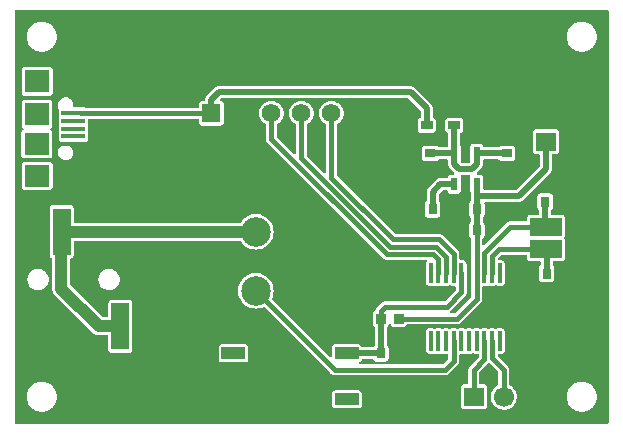
<source format=gtl>
G04 Layer: TopLayer*
G04 EasyEDA v6.5.40, 2024-10-30 17:45:42*
G04 cb6e2e9fbd21486d88ae5690d2d3dc00,10*
G04 Gerber Generator version 0.2*
G04 Scale: 100 percent, Rotated: No, Reflected: No *
G04 Dimensions in millimeters *
G04 leading zeros omitted , absolute positions ,4 integer and 5 decimal *
%FSLAX45Y45*%
%MOMM*%

%AMMACRO1*21,1,$1,$2,0,0,$3*%
%ADD10C,0.4000*%
%ADD11C,0.5000*%
%ADD12C,1.0000*%
%ADD13O,0.36400740000000004X1.7420082*%
%ADD14R,0.8000X0.9000*%
%ADD15R,0.9000X0.8000*%
%ADD16R,1.0000X0.7500*%
%ADD17R,0.6000X1.1000*%
%ADD18MACRO1,1.5X2.7X-90.0000*%
%ADD19R,2.0000X0.4500*%
%ADD20R,2.1000X1.9000*%
%ADD21MACRO1,0.864X0.8065X90.0000*%
%ADD22R,1.5000X4.0000*%
%ADD23R,2.0000X1.0000*%
%ADD24R,1.7000X1.5748*%
%ADD25C,1.7000*%
%ADD26C,1.5748*%
%ADD27R,1.5748X1.5748*%
%ADD28C,2.5000*%
%ADD29C,1.6000*%
%ADD30C,0.0110*%

%LPD*%
G36*
X36068Y25908D02*
G01*
X32156Y26670D01*
X28905Y28905D01*
X26670Y32156D01*
X25908Y36068D01*
X25908Y3519932D01*
X26670Y3523843D01*
X28905Y3527094D01*
X32156Y3529329D01*
X36068Y3530092D01*
X5043932Y3530092D01*
X5047843Y3529329D01*
X5051094Y3527094D01*
X5053330Y3523843D01*
X5054092Y3519932D01*
X5054092Y36068D01*
X5053330Y32156D01*
X5051094Y28905D01*
X5047843Y26670D01*
X5043932Y25908D01*
G37*

%LPC*%
G36*
X4826000Y126492D02*
G01*
X4841392Y127457D01*
X4856530Y130200D01*
X4871212Y134772D01*
X4885232Y141122D01*
X4898440Y149098D01*
X4910531Y158597D01*
X4921402Y169468D01*
X4930902Y181559D01*
X4938877Y194767D01*
X4945227Y208788D01*
X4949799Y223469D01*
X4952542Y238607D01*
X4953508Y254000D01*
X4952542Y269392D01*
X4949799Y284530D01*
X4945227Y299212D01*
X4938877Y313232D01*
X4930902Y326440D01*
X4921402Y338531D01*
X4910531Y349402D01*
X4898440Y358902D01*
X4885232Y366877D01*
X4871212Y373227D01*
X4856530Y377799D01*
X4841392Y380542D01*
X4826000Y381508D01*
X4810607Y380542D01*
X4795469Y377799D01*
X4780788Y373227D01*
X4766767Y366877D01*
X4753559Y358902D01*
X4741468Y349402D01*
X4730597Y338531D01*
X4721098Y326440D01*
X4713122Y313232D01*
X4706772Y299212D01*
X4702200Y284530D01*
X4699457Y269392D01*
X4698492Y254000D01*
X4699457Y238607D01*
X4702200Y223469D01*
X4706772Y208788D01*
X4713122Y194767D01*
X4721098Y181559D01*
X4730597Y169468D01*
X4741468Y158597D01*
X4753559Y149098D01*
X4766767Y141122D01*
X4780788Y134772D01*
X4795469Y130200D01*
X4810607Y127457D01*
G37*
G36*
X254000Y126492D02*
G01*
X269392Y127457D01*
X284530Y130200D01*
X299212Y134772D01*
X313232Y141122D01*
X326440Y149098D01*
X338531Y158597D01*
X349402Y169468D01*
X358902Y181559D01*
X366877Y194767D01*
X373227Y208788D01*
X377799Y223469D01*
X380542Y238607D01*
X381508Y254000D01*
X380542Y269392D01*
X377799Y284530D01*
X373227Y299212D01*
X366877Y313232D01*
X358902Y326440D01*
X349402Y338531D01*
X338531Y349402D01*
X326440Y358902D01*
X313232Y366877D01*
X299212Y373227D01*
X284530Y377799D01*
X269392Y380542D01*
X254000Y381508D01*
X238607Y380542D01*
X223469Y377799D01*
X208788Y373227D01*
X194767Y366877D01*
X181559Y358902D01*
X169468Y349402D01*
X158597Y338531D01*
X149098Y326440D01*
X141122Y313232D01*
X134772Y299212D01*
X130200Y284530D01*
X127457Y269392D01*
X126492Y254000D01*
X127457Y238607D01*
X130200Y223469D01*
X134772Y208788D01*
X141122Y194767D01*
X149098Y181559D01*
X158597Y169468D01*
X169468Y158597D01*
X181559Y149098D01*
X194767Y141122D01*
X208788Y134772D01*
X223469Y130200D01*
X238607Y127457D01*
G37*
G36*
X4169156Y143154D02*
G01*
X4183278Y144526D01*
X4197146Y147675D01*
X4210507Y152603D01*
X4223105Y159156D01*
X4234738Y167284D01*
X4245254Y176834D01*
X4254449Y187655D01*
X4262221Y199593D01*
X4268368Y212394D01*
X4272838Y225856D01*
X4275582Y239826D01*
X4276496Y254000D01*
X4275582Y268173D01*
X4272838Y282143D01*
X4268368Y295605D01*
X4262221Y308406D01*
X4254449Y320344D01*
X4245254Y331165D01*
X4234738Y340715D01*
X4223105Y348843D01*
X4216958Y351993D01*
X4214063Y354279D01*
X4212183Y357428D01*
X4211523Y361035D01*
X4211472Y484378D01*
X4210253Y493115D01*
X4207560Y501142D01*
X4203446Y508508D01*
X4197705Y515416D01*
X4115663Y597458D01*
X4113428Y600913D01*
X4112717Y604977D01*
X4113682Y608990D01*
X4116222Y612292D01*
X4119829Y614324D01*
X4123944Y614730D01*
X4127347Y614375D01*
X4135882Y614375D01*
X4143857Y615848D01*
X4151426Y618794D01*
X4158335Y623062D01*
X4164380Y628548D01*
X4169257Y635050D01*
X4172864Y642315D01*
X4175099Y650138D01*
X4175912Y658723D01*
X4175912Y795578D01*
X4175099Y804113D01*
X4172864Y811936D01*
X4169257Y819251D01*
X4164380Y825703D01*
X4158335Y831189D01*
X4151426Y835456D01*
X4143857Y838403D01*
X4135882Y839927D01*
X4127703Y839927D01*
X4119727Y838403D01*
X4112158Y835456D01*
X4104640Y830834D01*
X4101134Y829462D01*
X4097426Y829462D01*
X4093921Y830834D01*
X4086453Y835456D01*
X4078833Y838403D01*
X4070858Y839927D01*
X4062729Y839927D01*
X4054754Y838403D01*
X4047134Y835456D01*
X4039666Y830834D01*
X4036161Y829462D01*
X4032402Y829462D01*
X4028948Y830834D01*
X4021429Y835456D01*
X4013860Y838403D01*
X4005834Y839927D01*
X3997706Y839927D01*
X3989730Y838403D01*
X3982161Y835456D01*
X3974642Y830834D01*
X3971137Y829462D01*
X3967429Y829462D01*
X3963924Y830834D01*
X3956456Y835456D01*
X3948836Y838403D01*
X3940860Y839927D01*
X3932732Y839927D01*
X3924757Y838403D01*
X3917137Y835456D01*
X3909618Y830834D01*
X3906164Y829462D01*
X3902405Y829462D01*
X3898950Y830834D01*
X3891432Y835456D01*
X3883863Y838403D01*
X3875836Y839927D01*
X3867708Y839927D01*
X3859733Y838403D01*
X3852164Y835456D01*
X3844645Y830834D01*
X3841140Y829462D01*
X3837432Y829462D01*
X3833926Y830834D01*
X3826459Y835456D01*
X3818839Y838403D01*
X3810863Y839927D01*
X3802735Y839927D01*
X3794760Y838403D01*
X3787140Y835456D01*
X3779621Y830834D01*
X3776167Y829462D01*
X3772408Y829462D01*
X3768953Y830834D01*
X3761435Y835456D01*
X3753865Y838403D01*
X3745839Y839927D01*
X3737711Y839927D01*
X3729736Y838403D01*
X3722166Y835456D01*
X3714648Y830834D01*
X3711143Y829462D01*
X3707434Y829462D01*
X3703929Y830834D01*
X3696411Y835456D01*
X3688842Y838403D01*
X3680866Y839927D01*
X3672738Y839927D01*
X3664712Y838403D01*
X3657142Y835456D01*
X3649624Y830834D01*
X3646170Y829462D01*
X3642410Y829462D01*
X3638956Y830834D01*
X3631437Y835456D01*
X3623868Y838403D01*
X3615842Y839927D01*
X3607714Y839927D01*
X3599738Y838403D01*
X3592169Y835456D01*
X3584651Y830834D01*
X3581146Y829462D01*
X3577437Y829462D01*
X3573932Y830834D01*
X3566414Y835456D01*
X3558844Y838403D01*
X3550869Y839927D01*
X3542741Y839927D01*
X3534714Y838403D01*
X3527145Y835456D01*
X3520236Y831189D01*
X3514242Y825703D01*
X3509314Y819251D01*
X3505708Y811936D01*
X3503472Y804113D01*
X3502710Y795578D01*
X3502710Y658723D01*
X3503472Y650138D01*
X3505708Y642315D01*
X3509314Y635050D01*
X3514242Y628548D01*
X3520236Y623062D01*
X3527145Y618794D01*
X3534714Y615848D01*
X3542741Y614375D01*
X3550869Y614375D01*
X3558844Y615848D01*
X3566414Y618794D01*
X3573932Y623417D01*
X3577437Y624789D01*
X3581146Y624789D01*
X3584651Y623417D01*
X3592169Y618794D01*
X3599738Y615848D01*
X3607714Y614375D01*
X3615842Y614375D01*
X3623868Y615848D01*
X3631437Y618794D01*
X3638956Y623417D01*
X3642410Y624789D01*
X3646170Y624789D01*
X3649624Y623417D01*
X3657142Y618794D01*
X3664712Y615848D01*
X3672738Y614375D01*
X3680866Y614375D01*
X3683863Y614934D01*
X3688283Y614781D01*
X3692194Y612749D01*
X3694887Y609244D01*
X3695852Y604926D01*
X3695852Y577291D01*
X3695090Y573430D01*
X3692906Y570128D01*
X3654247Y531469D01*
X3650945Y529285D01*
X3647084Y528523D01*
X2952038Y528523D01*
X2947822Y529437D01*
X2944368Y532028D01*
X2942285Y535838D01*
X2941980Y540207D01*
X2943555Y544220D01*
X2946654Y547268D01*
X2952292Y550824D01*
X2956356Y554888D01*
X2959455Y559816D01*
X2960878Y563930D01*
X2963011Y567436D01*
X2966364Y569874D01*
X2970428Y570738D01*
X3052114Y571093D01*
X3055518Y570534D01*
X3058515Y568858D01*
X3060801Y566318D01*
X3064002Y561187D01*
X3068116Y557072D01*
X3072993Y554024D01*
X3078480Y552094D01*
X3084779Y551383D01*
X3163620Y551383D01*
X3169970Y552094D01*
X3175406Y554024D01*
X3180334Y557072D01*
X3184398Y561187D01*
X3187496Y566064D01*
X3189427Y571550D01*
X3190138Y577850D01*
X3190138Y666750D01*
X3189427Y673049D01*
X3187496Y678535D01*
X3184448Y683361D01*
X3179064Y688543D01*
X3176778Y691896D01*
X3175965Y695858D01*
X3175965Y841908D01*
X3176524Y845261D01*
X3178200Y848207D01*
X3181502Y851001D01*
X3185617Y855065D01*
X3188665Y859993D01*
X3190798Y866038D01*
X3192932Y869594D01*
X3196336Y872032D01*
X3200400Y872845D01*
X3204464Y872032D01*
X3207867Y869594D01*
X3210001Y866038D01*
X3212134Y859993D01*
X3215182Y855065D01*
X3219297Y851001D01*
X3224174Y847902D01*
X3229660Y846023D01*
X3235960Y845312D01*
X3315462Y845312D01*
X3321812Y846023D01*
X3327247Y847902D01*
X3332175Y851001D01*
X3336239Y855065D01*
X3339337Y859993D01*
X3339947Y861669D01*
X3342081Y865225D01*
X3345434Y867664D01*
X3349498Y868476D01*
X3773678Y868527D01*
X3782415Y869746D01*
X3790442Y872439D01*
X3797808Y876553D01*
X3804716Y882294D01*
X3970426Y1048054D01*
X3975760Y1055116D01*
X3979519Y1062685D01*
X3981805Y1070813D01*
X3982669Y1079703D01*
X3982669Y1179118D01*
X3983634Y1183436D01*
X3986326Y1186942D01*
X3990238Y1188974D01*
X3994658Y1189126D01*
X3997706Y1188567D01*
X4005834Y1188567D01*
X4013860Y1190040D01*
X4021429Y1192987D01*
X4028948Y1197660D01*
X4032402Y1198981D01*
X4036161Y1198981D01*
X4039666Y1197660D01*
X4047134Y1192987D01*
X4054754Y1190040D01*
X4062729Y1188567D01*
X4070858Y1188567D01*
X4078833Y1190040D01*
X4086453Y1192987D01*
X4093921Y1197660D01*
X4097426Y1198981D01*
X4101134Y1198981D01*
X4104640Y1197660D01*
X4112158Y1192987D01*
X4119727Y1190040D01*
X4127703Y1188567D01*
X4135882Y1188567D01*
X4143857Y1190040D01*
X4151426Y1192987D01*
X4158335Y1197254D01*
X4164380Y1202740D01*
X4169257Y1209243D01*
X4172864Y1216507D01*
X4175099Y1224330D01*
X4175912Y1232916D01*
X4175912Y1369771D01*
X4175099Y1378305D01*
X4172864Y1386128D01*
X4169257Y1393444D01*
X4164380Y1399895D01*
X4158335Y1405382D01*
X4151426Y1409700D01*
X4143857Y1412595D01*
X4135882Y1414119D01*
X4126382Y1414018D01*
X4122470Y1414780D01*
X4119118Y1416964D01*
X4116882Y1420266D01*
X4116120Y1424127D01*
X4116882Y1428038D01*
X4119067Y1431340D01*
X4142282Y1454556D01*
X4145584Y1456740D01*
X4149445Y1457502D01*
X4350816Y1457502D01*
X4354728Y1456740D01*
X4358030Y1454556D01*
X4360214Y1451254D01*
X4360976Y1447342D01*
X4360976Y1429004D01*
X4361688Y1422654D01*
X4363618Y1417218D01*
X4366666Y1412290D01*
X4370781Y1408226D01*
X4375658Y1405128D01*
X4381144Y1403248D01*
X4387443Y1402537D01*
X4466336Y1402537D01*
X4470196Y1401724D01*
X4473498Y1399540D01*
X4475734Y1396238D01*
X4476496Y1392377D01*
X4476496Y1369466D01*
X4475937Y1366113D01*
X4474260Y1363167D01*
X4471314Y1360627D01*
X4467199Y1356512D01*
X4464100Y1351635D01*
X4462221Y1346149D01*
X4461510Y1339850D01*
X4461510Y1250950D01*
X4462221Y1244650D01*
X4464100Y1239164D01*
X4467199Y1234287D01*
X4471314Y1230172D01*
X4476191Y1227124D01*
X4481677Y1225194D01*
X4487976Y1224483D01*
X4566818Y1224483D01*
X4573168Y1225194D01*
X4578604Y1227124D01*
X4583531Y1230172D01*
X4587595Y1234287D01*
X4590694Y1239164D01*
X4592624Y1244650D01*
X4593336Y1250950D01*
X4593336Y1339850D01*
X4592624Y1346149D01*
X4590694Y1351635D01*
X4587595Y1356512D01*
X4580534Y1363167D01*
X4578858Y1366164D01*
X4578299Y1369517D01*
X4578299Y1392377D01*
X4579061Y1396238D01*
X4581296Y1399540D01*
X4584598Y1401724D01*
X4588459Y1402537D01*
X4656328Y1402537D01*
X4662627Y1403248D01*
X4668113Y1405128D01*
X4672990Y1408226D01*
X4677105Y1412290D01*
X4680153Y1417218D01*
X4682083Y1422654D01*
X4682794Y1429004D01*
X4682794Y1577848D01*
X4682083Y1584198D01*
X4680153Y1589633D01*
X4678070Y1593037D01*
X4676648Y1596542D01*
X4676648Y1600301D01*
X4678070Y1603857D01*
X4680153Y1607210D01*
X4682083Y1612696D01*
X4682794Y1618996D01*
X4682794Y1767890D01*
X4682083Y1774189D01*
X4680153Y1779676D01*
X4677105Y1784553D01*
X4672990Y1788668D01*
X4668113Y1791716D01*
X4662627Y1793646D01*
X4656328Y1794357D01*
X4575759Y1794357D01*
X4571898Y1795119D01*
X4568596Y1797354D01*
X4566361Y1800606D01*
X4565599Y1804517D01*
X4565599Y1830882D01*
X4566158Y1834235D01*
X4567834Y1837232D01*
X4570831Y1839772D01*
X4574895Y1843887D01*
X4577994Y1848764D01*
X4579924Y1854250D01*
X4580636Y1860550D01*
X4580636Y1949450D01*
X4579924Y1955749D01*
X4577994Y1961235D01*
X4574895Y1966112D01*
X4570831Y1970227D01*
X4565904Y1973275D01*
X4560468Y1975205D01*
X4554118Y1975916D01*
X4475276Y1975916D01*
X4468977Y1975205D01*
X4463491Y1973275D01*
X4458614Y1970227D01*
X4454499Y1966112D01*
X4451400Y1961235D01*
X4449521Y1955749D01*
X4448810Y1949450D01*
X4448810Y1860550D01*
X4449521Y1854250D01*
X4451400Y1848764D01*
X4454499Y1843887D01*
X4461560Y1837232D01*
X4463237Y1834286D01*
X4463796Y1830933D01*
X4463796Y1804517D01*
X4463034Y1800606D01*
X4460798Y1797354D01*
X4457496Y1795119D01*
X4453636Y1794357D01*
X4387443Y1794357D01*
X4381144Y1793646D01*
X4375658Y1791716D01*
X4370781Y1788668D01*
X4366666Y1784553D01*
X4363618Y1779676D01*
X4361688Y1774189D01*
X4360976Y1767890D01*
X4360976Y1749501D01*
X4360214Y1745589D01*
X4358030Y1742287D01*
X4354728Y1740103D01*
X4350816Y1739341D01*
X4218940Y1739290D01*
X4210202Y1738071D01*
X4202176Y1735378D01*
X4194810Y1731264D01*
X4187901Y1725523D01*
X4000042Y1537665D01*
X3996740Y1535480D01*
X3992879Y1534718D01*
X3988968Y1535480D01*
X3985666Y1537665D01*
X3983482Y1540967D01*
X3982720Y1544878D01*
X3982720Y1586484D01*
X3983278Y1589836D01*
X3984904Y1592834D01*
X3987444Y1595069D01*
X3992879Y1598472D01*
X3996994Y1602587D01*
X4000093Y1607464D01*
X4001973Y1612950D01*
X4002684Y1619250D01*
X4002684Y1708150D01*
X4001973Y1714449D01*
X4000093Y1719935D01*
X3996994Y1724812D01*
X3989933Y1731467D01*
X3988257Y1734413D01*
X3987698Y1737766D01*
X3987698Y1767433D01*
X3988257Y1770786D01*
X3989933Y1773732D01*
X3992879Y1776272D01*
X3996994Y1780387D01*
X4000042Y1785264D01*
X4001973Y1790750D01*
X4002684Y1797050D01*
X4002684Y1885899D01*
X4001770Y1893519D01*
X4002176Y1897786D01*
X4004259Y1901494D01*
X4007713Y1903984D01*
X4011879Y1904898D01*
X4292396Y1904898D01*
X4297019Y1905101D01*
X4301439Y1905660D01*
X4305757Y1906625D01*
X4310024Y1907946D01*
X4314088Y1909673D01*
X4318050Y1911705D01*
X4321810Y1914093D01*
X4325315Y1916785D01*
X4328769Y1919935D01*
X4557064Y2148230D01*
X4560214Y2151684D01*
X4562906Y2155190D01*
X4565294Y2158949D01*
X4567326Y2162911D01*
X4569053Y2166975D01*
X4570374Y2171242D01*
X4571339Y2175560D01*
X4571898Y2179980D01*
X4572101Y2184603D01*
X4572101Y2298192D01*
X4572863Y2302103D01*
X4575098Y2305354D01*
X4578400Y2307590D01*
X4582261Y2308352D01*
X4605629Y2308352D01*
X4611928Y2309063D01*
X4617415Y2310993D01*
X4622292Y2314041D01*
X4626406Y2318156D01*
X4629505Y2323033D01*
X4631385Y2328519D01*
X4632096Y2334818D01*
X4632096Y2491181D01*
X4631385Y2497480D01*
X4629505Y2502966D01*
X4626406Y2507843D01*
X4622292Y2511958D01*
X4617415Y2515006D01*
X4611928Y2516936D01*
X4605629Y2517648D01*
X4436770Y2517648D01*
X4430471Y2516936D01*
X4424984Y2515006D01*
X4420108Y2511958D01*
X4415993Y2507843D01*
X4412894Y2502966D01*
X4411014Y2497480D01*
X4410303Y2491181D01*
X4410303Y2334818D01*
X4411014Y2328519D01*
X4412894Y2323033D01*
X4415993Y2318156D01*
X4420108Y2314041D01*
X4424984Y2310993D01*
X4430471Y2309063D01*
X4436770Y2308352D01*
X4460138Y2308352D01*
X4463999Y2307590D01*
X4467301Y2305354D01*
X4469536Y2302103D01*
X4470298Y2298192D01*
X4470298Y2209698D01*
X4469536Y2205786D01*
X4467301Y2202535D01*
X4274464Y2009698D01*
X4271213Y2007463D01*
X4267301Y2006701D01*
X4002836Y2006701D01*
X3998976Y2007463D01*
X3995674Y2009698D01*
X3993489Y2013000D01*
X3992676Y2016861D01*
X3992676Y2108809D01*
X3991965Y2115159D01*
X3990086Y2120595D01*
X3986987Y2125522D01*
X3982872Y2129586D01*
X3977995Y2132685D01*
X3972560Y2134565D01*
X3966210Y2135276D01*
X3946296Y2135276D01*
X3942435Y2136089D01*
X3939133Y2138273D01*
X3936949Y2141575D01*
X3936136Y2145436D01*
X3936949Y2149348D01*
X3939133Y2152650D01*
X3972610Y2186076D01*
X3975760Y2189530D01*
X3978452Y2193036D01*
X3980840Y2196795D01*
X3982872Y2200757D01*
X3984599Y2204821D01*
X3985920Y2209088D01*
X3986885Y2213406D01*
X3987444Y2217826D01*
X3987647Y2222449D01*
X3987647Y2241397D01*
X3988054Y2244191D01*
X3990086Y2248154D01*
X3993184Y2258060D01*
X3995420Y2260955D01*
X3998569Y2262886D01*
X4002176Y2263546D01*
X4116882Y2263546D01*
X4120235Y2262987D01*
X4123182Y2261311D01*
X4125772Y2258263D01*
X4129887Y2254199D01*
X4134764Y2251100D01*
X4140250Y2249170D01*
X4146550Y2248458D01*
X4235450Y2248458D01*
X4241749Y2249170D01*
X4247235Y2251100D01*
X4252112Y2254199D01*
X4256227Y2258263D01*
X4259275Y2263190D01*
X4261205Y2268626D01*
X4261916Y2274976D01*
X4261916Y2353818D01*
X4261205Y2360117D01*
X4259275Y2365603D01*
X4256227Y2370480D01*
X4252112Y2374595D01*
X4247235Y2377694D01*
X4241749Y2379573D01*
X4235450Y2380284D01*
X4146550Y2380284D01*
X4140250Y2379573D01*
X4134764Y2377694D01*
X4129887Y2374595D01*
X4123283Y2367584D01*
X4120286Y2365908D01*
X4116933Y2365349D01*
X4002176Y2365349D01*
X3998569Y2366010D01*
X3995420Y2367940D01*
X3993134Y2370836D01*
X3992016Y2375154D01*
X3990086Y2380589D01*
X3986987Y2385517D01*
X3982923Y2389581D01*
X3977995Y2392680D01*
X3972560Y2394559D01*
X3966210Y2395270D01*
X3907383Y2395270D01*
X3901033Y2394559D01*
X3895598Y2392680D01*
X3890670Y2389581D01*
X3886606Y2385517D01*
X3883507Y2380589D01*
X3881628Y2375154D01*
X3880916Y2368804D01*
X3880916Y2259939D01*
X3881628Y2253538D01*
X3883253Y2248712D01*
X3883761Y2244902D01*
X3882796Y2241194D01*
X3880561Y2238095D01*
X3877360Y2236012D01*
X3873601Y2235301D01*
X3810152Y2235301D01*
X3806190Y2236114D01*
X3802735Y2238502D01*
X3800652Y2241600D01*
X3799789Y2245258D01*
X3800398Y2249017D01*
X3802024Y2253640D01*
X3802735Y2259990D01*
X3802735Y2368804D01*
X3802024Y2375154D01*
X3800094Y2380589D01*
X3798112Y2384501D01*
X3797706Y2387346D01*
X3797706Y2481122D01*
X3798570Y2485136D01*
X3800957Y2488539D01*
X3804513Y2490673D01*
X3808018Y2491892D01*
X3812946Y2494991D01*
X3817010Y2499106D01*
X3820109Y2503982D01*
X3821988Y2509469D01*
X3822700Y2515768D01*
X3822700Y2589631D01*
X3821988Y2595930D01*
X3820109Y2601417D01*
X3817010Y2606294D01*
X3812946Y2610408D01*
X3808018Y2613507D01*
X3802583Y2615387D01*
X3796233Y2616098D01*
X3697376Y2616098D01*
X3691077Y2615387D01*
X3685590Y2613507D01*
X3680714Y2610408D01*
X3676599Y2606294D01*
X3673551Y2601417D01*
X3671620Y2595930D01*
X3670909Y2589631D01*
X3670909Y2515768D01*
X3671620Y2509469D01*
X3673551Y2503982D01*
X3676599Y2499106D01*
X3680714Y2494991D01*
X3685590Y2491892D01*
X3689096Y2490673D01*
X3692651Y2488539D01*
X3695039Y2485186D01*
X3695903Y2481122D01*
X3695903Y2387295D01*
X3695496Y2384501D01*
X3693515Y2380589D01*
X3690467Y2370836D01*
X3688181Y2367940D01*
X3685032Y2366010D01*
X3681425Y2365349D01*
X3617366Y2365349D01*
X3614013Y2365908D01*
X3611016Y2367584D01*
X3608527Y2370480D01*
X3604412Y2374595D01*
X3599535Y2377694D01*
X3594049Y2379573D01*
X3587750Y2380284D01*
X3498850Y2380284D01*
X3492550Y2379573D01*
X3487064Y2377694D01*
X3482187Y2374595D01*
X3478072Y2370480D01*
X3475024Y2365603D01*
X3473094Y2360117D01*
X3472383Y2353818D01*
X3472383Y2274976D01*
X3473094Y2268626D01*
X3475024Y2263190D01*
X3478072Y2258263D01*
X3482187Y2254199D01*
X3487064Y2251100D01*
X3492550Y2249170D01*
X3498850Y2248458D01*
X3587750Y2248458D01*
X3594049Y2249170D01*
X3599535Y2251100D01*
X3604412Y2254199D01*
X3611118Y2261311D01*
X3614064Y2262987D01*
X3617417Y2263546D01*
X3681425Y2263546D01*
X3685032Y2262886D01*
X3688181Y2260955D01*
X3690467Y2258060D01*
X3691636Y2253640D01*
X3693515Y2248204D01*
X3695446Y2244394D01*
X3695852Y2241550D01*
X3696004Y2218690D01*
X3696614Y2213864D01*
X3697478Y2209952D01*
X3698951Y2205329D01*
X3700475Y2201570D01*
X3702710Y2197252D01*
X3704844Y2193848D01*
X3707790Y2189988D01*
X3710686Y2186838D01*
X3744468Y2152599D01*
X3746652Y2149297D01*
X3747363Y2145436D01*
X3746601Y2141524D01*
X3744417Y2138273D01*
X3741115Y2136089D01*
X3737203Y2135327D01*
X3717340Y2135327D01*
X3711041Y2134616D01*
X3705555Y2132685D01*
X3700678Y2129586D01*
X3696563Y2125522D01*
X3693515Y2120595D01*
X3690416Y2110790D01*
X3688181Y2107844D01*
X3685032Y2105964D01*
X3681425Y2105304D01*
X3629406Y2105304D01*
X3624732Y2105101D01*
X3620363Y2104491D01*
X3615994Y2103526D01*
X3611778Y2102205D01*
X3607663Y2100529D01*
X3603751Y2098446D01*
X3599992Y2096058D01*
X3596436Y2093366D01*
X3593033Y2090216D01*
X3526637Y2023872D01*
X3523487Y2020417D01*
X3520795Y2016912D01*
X3518408Y2013153D01*
X3516376Y2009190D01*
X3514648Y2005126D01*
X3513328Y2000859D01*
X3512362Y1996541D01*
X3511804Y1992122D01*
X3511600Y1987499D01*
X3511600Y1915617D01*
X3511042Y1912264D01*
X3509365Y1909267D01*
X3506368Y1906727D01*
X3502304Y1902612D01*
X3499205Y1897735D01*
X3497275Y1892249D01*
X3496564Y1885950D01*
X3496564Y1797050D01*
X3497275Y1790750D01*
X3499205Y1785264D01*
X3502304Y1780387D01*
X3506368Y1776272D01*
X3511296Y1773224D01*
X3516731Y1771294D01*
X3523081Y1770583D01*
X3601923Y1770583D01*
X3608222Y1771294D01*
X3613708Y1773224D01*
X3618585Y1776272D01*
X3622700Y1780387D01*
X3625799Y1785264D01*
X3627678Y1790750D01*
X3628390Y1797050D01*
X3628390Y1885950D01*
X3627678Y1892249D01*
X3625799Y1897735D01*
X3622700Y1902612D01*
X3615639Y1909267D01*
X3613962Y1912213D01*
X3613404Y1915566D01*
X3613404Y1962404D01*
X3614165Y1966315D01*
X3616401Y1969566D01*
X3647287Y2000504D01*
X3650589Y2002688D01*
X3654450Y2003450D01*
X3681425Y2003450D01*
X3685032Y2002789D01*
X3688181Y2000910D01*
X3690416Y1997964D01*
X3691585Y1993646D01*
X3693515Y1988159D01*
X3696563Y1983282D01*
X3700678Y1979168D01*
X3705555Y1976120D01*
X3711041Y1974189D01*
X3717340Y1973478D01*
X3776218Y1973478D01*
X3782568Y1974189D01*
X3788003Y1976120D01*
X3792880Y1979168D01*
X3796995Y1983282D01*
X3800094Y1988159D01*
X3801973Y1993646D01*
X3802684Y1999945D01*
X3802684Y2108809D01*
X3801973Y2115159D01*
X3800297Y2119985D01*
X3799738Y2123795D01*
X3800652Y2127554D01*
X3802887Y2130653D01*
X3806088Y2132736D01*
X3809898Y2133498D01*
X3873703Y2133498D01*
X3877462Y2132736D01*
X3880713Y2130653D01*
X3882948Y2127554D01*
X3883863Y2123795D01*
X3883304Y2119985D01*
X3881577Y2115159D01*
X3880865Y2108809D01*
X3880865Y1999945D01*
X3881577Y1993646D01*
X3883507Y1988159D01*
X3885488Y1984248D01*
X3885895Y1981454D01*
X3885895Y1915617D01*
X3885336Y1912264D01*
X3883660Y1909267D01*
X3880662Y1906727D01*
X3876598Y1902612D01*
X3873500Y1897735D01*
X3871569Y1892249D01*
X3870858Y1885950D01*
X3870858Y1797050D01*
X3871569Y1790750D01*
X3873500Y1785264D01*
X3876598Y1780387D01*
X3883660Y1773732D01*
X3885336Y1770735D01*
X3885895Y1767382D01*
X3885895Y1737817D01*
X3885336Y1734464D01*
X3883660Y1731467D01*
X3880662Y1728927D01*
X3876598Y1724812D01*
X3873500Y1719935D01*
X3871569Y1714449D01*
X3870858Y1708150D01*
X3870858Y1619250D01*
X3871569Y1612950D01*
X3873500Y1607464D01*
X3876598Y1602587D01*
X3880662Y1598472D01*
X3886149Y1595069D01*
X3888689Y1592783D01*
X3890314Y1589836D01*
X3890873Y1586484D01*
X3890822Y1102461D01*
X3890060Y1098600D01*
X3887876Y1095298D01*
X3755847Y963269D01*
X3752545Y961085D01*
X3748684Y960323D01*
X3715562Y960323D01*
X3711549Y961136D01*
X3708146Y963523D01*
X3706012Y967028D01*
X3705402Y971092D01*
X3706520Y975055D01*
X3709060Y978306D01*
X3715816Y983894D01*
X3840378Y1108506D01*
X3845712Y1115568D01*
X3849471Y1123137D01*
X3851757Y1131265D01*
X3852621Y1140155D01*
X3852621Y1300784D01*
X3851757Y1309674D01*
X3850894Y1314196D01*
X3850894Y1369771D01*
X3850132Y1378305D01*
X3847896Y1386128D01*
X3844239Y1393444D01*
X3839362Y1399895D01*
X3833368Y1405382D01*
X3826459Y1409700D01*
X3818839Y1412595D01*
X3810863Y1414119D01*
X3802735Y1414119D01*
X3799687Y1413560D01*
X3795268Y1413713D01*
X3791356Y1415694D01*
X3788664Y1419199D01*
X3787698Y1423517D01*
X3787648Y1467002D01*
X3786428Y1475740D01*
X3783736Y1483766D01*
X3779621Y1491132D01*
X3773881Y1498041D01*
X3650691Y1621180D01*
X3643629Y1626514D01*
X3636060Y1630273D01*
X3627932Y1632559D01*
X3619042Y1633423D01*
X3249015Y1633423D01*
X3245154Y1634185D01*
X3241852Y1636369D01*
X2753969Y2124252D01*
X2751785Y2127554D01*
X2751023Y2131415D01*
X2751023Y2554224D01*
X2751683Y2557881D01*
X2753664Y2561082D01*
X2768803Y2571292D01*
X2779064Y2580335D01*
X2788107Y2590596D01*
X2795727Y2601976D01*
X2801772Y2614269D01*
X2806141Y2627223D01*
X2808833Y2640634D01*
X2809748Y2654300D01*
X2808833Y2667965D01*
X2806141Y2681376D01*
X2801772Y2694330D01*
X2795727Y2706624D01*
X2788107Y2718003D01*
X2779064Y2728264D01*
X2768803Y2737307D01*
X2757424Y2744927D01*
X2745130Y2750972D01*
X2732176Y2755341D01*
X2718765Y2758033D01*
X2705100Y2758948D01*
X2691434Y2758033D01*
X2678023Y2755341D01*
X2665069Y2750972D01*
X2652776Y2744927D01*
X2641396Y2737307D01*
X2631135Y2728264D01*
X2622092Y2718003D01*
X2614472Y2706624D01*
X2608427Y2694330D01*
X2604058Y2681376D01*
X2601366Y2667965D01*
X2600452Y2654300D01*
X2601366Y2640634D01*
X2604058Y2627223D01*
X2608427Y2614269D01*
X2614472Y2601976D01*
X2622092Y2590596D01*
X2631135Y2580335D01*
X2641396Y2571292D01*
X2656535Y2561082D01*
X2658516Y2557881D01*
X2659176Y2554224D01*
X2659176Y2154682D01*
X2658414Y2150770D01*
X2656230Y2147468D01*
X2652928Y2145284D01*
X2649016Y2144522D01*
X2645156Y2145284D01*
X2641854Y2147468D01*
X2499969Y2289352D01*
X2497785Y2292654D01*
X2497023Y2296515D01*
X2497023Y2554224D01*
X2497683Y2557881D01*
X2499664Y2561082D01*
X2514803Y2571292D01*
X2525064Y2580335D01*
X2534107Y2590596D01*
X2541727Y2601976D01*
X2547772Y2614269D01*
X2552141Y2627223D01*
X2554833Y2640634D01*
X2555748Y2654300D01*
X2554833Y2667965D01*
X2552141Y2681376D01*
X2547772Y2694330D01*
X2541727Y2706624D01*
X2534107Y2718003D01*
X2525064Y2728264D01*
X2514803Y2737307D01*
X2503424Y2744927D01*
X2491130Y2750972D01*
X2478176Y2755341D01*
X2464765Y2758033D01*
X2451100Y2758948D01*
X2437434Y2758033D01*
X2424023Y2755341D01*
X2411069Y2750972D01*
X2398776Y2744927D01*
X2387396Y2737307D01*
X2377135Y2728264D01*
X2368092Y2718003D01*
X2360472Y2706624D01*
X2354427Y2694330D01*
X2350058Y2681376D01*
X2347366Y2667965D01*
X2346452Y2654300D01*
X2347366Y2640634D01*
X2350058Y2627223D01*
X2354427Y2614269D01*
X2360472Y2601976D01*
X2368092Y2590596D01*
X2377135Y2580335D01*
X2387396Y2571292D01*
X2402535Y2561082D01*
X2404516Y2557881D01*
X2405176Y2554224D01*
X2405176Y2319782D01*
X2404414Y2315870D01*
X2402230Y2312568D01*
X2398928Y2310384D01*
X2395016Y2309622D01*
X2391156Y2310384D01*
X2387854Y2312568D01*
X2245969Y2454452D01*
X2243785Y2457754D01*
X2243023Y2461615D01*
X2243023Y2554224D01*
X2243683Y2557881D01*
X2245664Y2561082D01*
X2260803Y2571292D01*
X2271064Y2580335D01*
X2280107Y2590596D01*
X2287727Y2601976D01*
X2293772Y2614269D01*
X2298141Y2627223D01*
X2300833Y2640634D01*
X2301748Y2654300D01*
X2300833Y2667965D01*
X2298141Y2681376D01*
X2293772Y2694330D01*
X2287727Y2706624D01*
X2280107Y2718003D01*
X2271064Y2728264D01*
X2260803Y2737307D01*
X2249424Y2744927D01*
X2237130Y2750972D01*
X2224176Y2755341D01*
X2210765Y2758033D01*
X2197100Y2758948D01*
X2183434Y2758033D01*
X2170023Y2755341D01*
X2157069Y2750972D01*
X2144776Y2744927D01*
X2133396Y2737307D01*
X2123135Y2728264D01*
X2114092Y2718003D01*
X2106472Y2706624D01*
X2100427Y2694330D01*
X2096058Y2681376D01*
X2093366Y2667965D01*
X2092452Y2654300D01*
X2093366Y2640634D01*
X2096058Y2627223D01*
X2100427Y2614269D01*
X2106472Y2601976D01*
X2114092Y2590596D01*
X2123135Y2580335D01*
X2133396Y2571292D01*
X2148535Y2561082D01*
X2150516Y2557881D01*
X2151176Y2554224D01*
X2151227Y2436622D01*
X2152446Y2427884D01*
X2155139Y2419858D01*
X2159254Y2412492D01*
X2164994Y2405583D01*
X3143808Y1426819D01*
X3150870Y1421485D01*
X3158439Y1417726D01*
X3166567Y1415440D01*
X3175457Y1414576D01*
X3504895Y1414576D01*
X3509264Y1413611D01*
X3512769Y1410868D01*
X3514750Y1406855D01*
X3514851Y1402384D01*
X3513023Y1398320D01*
X3509314Y1393444D01*
X3505708Y1386128D01*
X3503472Y1378305D01*
X3502710Y1369771D01*
X3502710Y1232916D01*
X3503472Y1224330D01*
X3505708Y1216507D01*
X3509314Y1209243D01*
X3514242Y1202740D01*
X3520236Y1197254D01*
X3527145Y1192987D01*
X3534714Y1190040D01*
X3542741Y1188567D01*
X3550869Y1188567D01*
X3558844Y1190040D01*
X3566414Y1192987D01*
X3573932Y1197660D01*
X3577437Y1198981D01*
X3581146Y1198981D01*
X3584651Y1197660D01*
X3592169Y1192987D01*
X3599738Y1190040D01*
X3607714Y1188567D01*
X3615842Y1188567D01*
X3623868Y1190040D01*
X3631437Y1192987D01*
X3638956Y1197660D01*
X3642410Y1198981D01*
X3646170Y1198981D01*
X3649624Y1197660D01*
X3657142Y1192987D01*
X3664712Y1190040D01*
X3672738Y1188567D01*
X3680866Y1188567D01*
X3688842Y1190040D01*
X3696411Y1192987D01*
X3703929Y1197660D01*
X3707434Y1198981D01*
X3711143Y1198981D01*
X3714648Y1197660D01*
X3722166Y1192987D01*
X3729736Y1190040D01*
X3737711Y1188567D01*
X3745839Y1188567D01*
X3748786Y1189075D01*
X3753205Y1188923D01*
X3757117Y1186942D01*
X3759809Y1183436D01*
X3760774Y1179118D01*
X3760774Y1162913D01*
X3760012Y1159052D01*
X3757828Y1155750D01*
X3666947Y1064869D01*
X3663645Y1062685D01*
X3659784Y1061923D01*
X3160522Y1061872D01*
X3151784Y1060653D01*
X3143758Y1057960D01*
X3136392Y1053846D01*
X3129483Y1048105D01*
X3091281Y1009853D01*
X3085947Y1002792D01*
X3082137Y995121D01*
X3080105Y988517D01*
X3077870Y984656D01*
X3074517Y981506D01*
X3068624Y977798D01*
X3064560Y973734D01*
X3061462Y968806D01*
X3059531Y963371D01*
X3058820Y957021D01*
X3058820Y871778D01*
X3059531Y865428D01*
X3061462Y859993D01*
X3064560Y855065D01*
X3071926Y848258D01*
X3073603Y845261D01*
X3074162Y841908D01*
X3074162Y696925D01*
X3073603Y693572D01*
X3071926Y690575D01*
X3068116Y687527D01*
X3064002Y683412D01*
X3060395Y677621D01*
X3058109Y675132D01*
X3055162Y673455D01*
X3051810Y672896D01*
X2970123Y672541D01*
X2966008Y673354D01*
X2962605Y675792D01*
X2960471Y679348D01*
X2959455Y682244D01*
X2956356Y687120D01*
X2952292Y691235D01*
X2947365Y694283D01*
X2941929Y696214D01*
X2935579Y696925D01*
X2736748Y696925D01*
X2730398Y696214D01*
X2724962Y694283D01*
X2720035Y691235D01*
X2715971Y687120D01*
X2712872Y682244D01*
X2710992Y676757D01*
X2710281Y670458D01*
X2710281Y595833D01*
X2709468Y591972D01*
X2707284Y588670D01*
X2703982Y586486D01*
X2700121Y585673D01*
X2696210Y586486D01*
X2692908Y588670D01*
X2204669Y1076909D01*
X2202434Y1080211D01*
X2201672Y1084122D01*
X2202434Y1087983D01*
X2207971Y1101293D01*
X2212644Y1117549D01*
X2215489Y1134211D01*
X2216404Y1151128D01*
X2215489Y1168044D01*
X2212644Y1184706D01*
X2207971Y1200962D01*
X2201468Y1216609D01*
X2193290Y1231392D01*
X2183485Y1245209D01*
X2172208Y1257808D01*
X2159609Y1269085D01*
X2145792Y1278890D01*
X2131009Y1287068D01*
X2115362Y1293571D01*
X2099106Y1298244D01*
X2082444Y1301089D01*
X2065528Y1302004D01*
X2048611Y1301089D01*
X2031949Y1298244D01*
X2015693Y1293571D01*
X2000046Y1287068D01*
X1985264Y1278890D01*
X1971446Y1269085D01*
X1958848Y1257808D01*
X1947570Y1245209D01*
X1937766Y1231392D01*
X1929587Y1216609D01*
X1923084Y1200962D01*
X1918411Y1184706D01*
X1915566Y1168044D01*
X1914652Y1151128D01*
X1915566Y1134211D01*
X1918411Y1117549D01*
X1923084Y1101293D01*
X1929587Y1085646D01*
X1937766Y1070864D01*
X1947570Y1057046D01*
X1958848Y1044448D01*
X1971446Y1033170D01*
X1985264Y1023366D01*
X2000046Y1015187D01*
X2015693Y1008684D01*
X2031949Y1004011D01*
X2048611Y1001166D01*
X2065528Y1000252D01*
X2082444Y1001166D01*
X2099106Y1004011D01*
X2115362Y1008684D01*
X2128672Y1014221D01*
X2132533Y1014984D01*
X2136444Y1014221D01*
X2139746Y1011986D01*
X2702864Y448919D01*
X2709926Y443585D01*
X2717495Y439826D01*
X2725623Y437540D01*
X2734513Y436676D01*
X3672078Y436727D01*
X3680815Y437946D01*
X3688842Y440639D01*
X3696208Y444754D01*
X3703116Y450494D01*
X3775456Y522884D01*
X3780790Y529945D01*
X3784549Y537514D01*
X3786835Y545642D01*
X3787698Y554532D01*
X3787698Y604926D01*
X3788664Y609244D01*
X3791356Y612749D01*
X3795268Y614781D01*
X3799687Y614934D01*
X3802735Y614375D01*
X3810863Y614375D01*
X3818839Y615848D01*
X3826459Y618794D01*
X3833926Y623417D01*
X3837432Y624789D01*
X3841140Y624789D01*
X3844645Y623417D01*
X3852164Y618794D01*
X3859733Y615848D01*
X3867708Y614375D01*
X3875836Y614375D01*
X3883863Y615848D01*
X3891432Y618794D01*
X3898950Y623417D01*
X3902405Y624789D01*
X3906164Y624789D01*
X3909618Y623417D01*
X3917137Y618794D01*
X3924757Y615848D01*
X3932732Y614375D01*
X3940860Y614375D01*
X3943858Y614934D01*
X3948277Y614781D01*
X3952240Y612749D01*
X3954932Y609244D01*
X3955897Y604926D01*
X3955897Y596036D01*
X3955135Y592124D01*
X3952900Y588822D01*
X3877919Y513791D01*
X3872585Y506730D01*
X3868826Y499160D01*
X3866540Y491032D01*
X3865676Y482142D01*
X3865676Y368808D01*
X3864914Y364896D01*
X3862730Y361645D01*
X3859428Y359410D01*
X3855516Y358648D01*
X3827170Y358648D01*
X3820871Y357936D01*
X3815384Y356006D01*
X3810508Y352958D01*
X3806393Y348843D01*
X3803294Y343966D01*
X3801414Y338480D01*
X3800703Y332181D01*
X3800703Y175818D01*
X3801414Y169519D01*
X3803294Y164033D01*
X3806393Y159156D01*
X3810508Y155041D01*
X3815384Y151993D01*
X3820871Y150063D01*
X3827170Y149352D01*
X3996029Y149352D01*
X4002328Y150063D01*
X4007815Y151993D01*
X4012692Y155041D01*
X4016806Y159156D01*
X4019905Y164033D01*
X4021785Y169519D01*
X4022496Y175818D01*
X4022496Y332181D01*
X4021785Y338480D01*
X4019905Y343966D01*
X4016806Y348843D01*
X4012692Y352958D01*
X4007815Y356006D01*
X4002328Y357936D01*
X3996029Y358648D01*
X3967683Y358648D01*
X3963771Y359410D01*
X3960469Y361645D01*
X3958285Y364896D01*
X3957523Y368808D01*
X3957523Y459384D01*
X3958285Y463245D01*
X3960469Y466547D01*
X4031437Y537514D01*
X4034688Y539699D01*
X4038600Y540461D01*
X4042511Y539699D01*
X4045762Y537514D01*
X4116730Y466547D01*
X4118914Y463245D01*
X4119676Y459384D01*
X4119676Y361289D01*
X4119118Y357886D01*
X4117390Y354888D01*
X4114800Y352602D01*
X4102150Y344932D01*
X4091025Y336092D01*
X4081170Y325882D01*
X4072686Y314502D01*
X4065676Y302107D01*
X4060342Y288950D01*
X4056735Y275183D01*
X4054957Y261112D01*
X4054957Y246888D01*
X4056735Y232816D01*
X4060342Y219049D01*
X4065676Y205892D01*
X4072686Y193497D01*
X4081170Y182118D01*
X4091025Y171907D01*
X4102150Y163068D01*
X4114292Y155702D01*
X4127296Y149910D01*
X4140911Y145897D01*
X4154932Y143611D01*
G37*
G36*
X2736748Y155092D02*
G01*
X2935579Y155092D01*
X2941929Y155803D01*
X2947365Y157734D01*
X2952292Y160782D01*
X2956356Y164896D01*
X2959455Y169773D01*
X2961335Y175260D01*
X2962046Y181559D01*
X2962046Y280416D01*
X2961335Y286766D01*
X2959455Y292201D01*
X2956356Y297129D01*
X2952292Y301193D01*
X2947365Y304292D01*
X2941929Y306222D01*
X2935579Y306933D01*
X2736748Y306933D01*
X2730398Y306222D01*
X2724962Y304292D01*
X2720035Y301193D01*
X2715971Y297129D01*
X2712872Y292201D01*
X2710942Y286766D01*
X2710230Y280416D01*
X2710230Y181559D01*
X2710942Y175260D01*
X2712872Y169773D01*
X2715971Y164896D01*
X2720035Y160782D01*
X2724962Y157734D01*
X2730398Y155803D01*
G37*
G36*
X1776730Y545134D02*
G01*
X1975612Y545134D01*
X1981911Y545846D01*
X1987397Y547725D01*
X1992274Y550824D01*
X1996389Y554888D01*
X1999437Y559816D01*
X2001367Y565251D01*
X2002078Y571601D01*
X2002078Y670458D01*
X2001367Y676757D01*
X1999437Y682244D01*
X1996389Y687120D01*
X1992274Y691235D01*
X1987397Y694283D01*
X1981911Y696214D01*
X1975612Y696925D01*
X1776730Y696925D01*
X1770430Y696214D01*
X1764944Y694283D01*
X1760067Y691235D01*
X1755952Y687120D01*
X1752904Y682244D01*
X1750974Y676757D01*
X1750263Y670458D01*
X1750263Y571601D01*
X1750974Y565251D01*
X1752904Y559816D01*
X1755952Y554888D01*
X1760067Y550824D01*
X1764944Y547725D01*
X1770430Y545846D01*
G37*
G36*
X845058Y624992D02*
G01*
X993902Y624992D01*
X1000252Y625703D01*
X1005687Y627634D01*
X1010615Y630682D01*
X1014679Y634796D01*
X1017778Y639673D01*
X1019657Y645160D01*
X1020368Y651459D01*
X1020368Y1050340D01*
X1019657Y1056640D01*
X1017778Y1062126D01*
X1014679Y1067003D01*
X1010615Y1071118D01*
X1005687Y1074166D01*
X1000252Y1076096D01*
X993902Y1076807D01*
X845058Y1076807D01*
X838708Y1076096D01*
X833272Y1074166D01*
X828344Y1071118D01*
X824280Y1067003D01*
X821182Y1062126D01*
X819302Y1056640D01*
X818591Y1050340D01*
X818591Y936955D01*
X817778Y933094D01*
X815594Y929792D01*
X812292Y927557D01*
X808431Y926795D01*
X772261Y926795D01*
X768350Y927557D01*
X765048Y929792D01*
X497992Y1196848D01*
X495757Y1200150D01*
X494995Y1204061D01*
X494995Y1415999D01*
X495858Y1420063D01*
X498246Y1423466D01*
X501802Y1425600D01*
X507847Y1427734D01*
X512775Y1430782D01*
X516839Y1434896D01*
X519938Y1439773D01*
X521817Y1445260D01*
X522528Y1451559D01*
X522528Y1564944D01*
X523341Y1568805D01*
X525526Y1572107D01*
X528828Y1574342D01*
X532688Y1575104D01*
X1929434Y1575104D01*
X1932584Y1574596D01*
X1935429Y1573123D01*
X1937715Y1570786D01*
X1947570Y1556918D01*
X1958848Y1544320D01*
X1971446Y1533042D01*
X1985264Y1523238D01*
X2000046Y1515059D01*
X2015693Y1508556D01*
X2031949Y1503883D01*
X2048611Y1501038D01*
X2065528Y1500124D01*
X2082444Y1501038D01*
X2099106Y1503883D01*
X2115362Y1508556D01*
X2131009Y1515059D01*
X2145792Y1523238D01*
X2159609Y1533042D01*
X2172208Y1544320D01*
X2183485Y1556918D01*
X2193290Y1570736D01*
X2201468Y1585518D01*
X2207971Y1601165D01*
X2212644Y1617421D01*
X2215489Y1634083D01*
X2216404Y1651000D01*
X2215489Y1667916D01*
X2212644Y1684578D01*
X2207971Y1700834D01*
X2201468Y1716481D01*
X2193290Y1731264D01*
X2183485Y1745081D01*
X2172208Y1757680D01*
X2159609Y1768957D01*
X2145792Y1778762D01*
X2131009Y1786940D01*
X2115362Y1793443D01*
X2099106Y1798116D01*
X2082444Y1800961D01*
X2065528Y1801875D01*
X2048611Y1800961D01*
X2031949Y1798116D01*
X2015693Y1793443D01*
X2000046Y1786940D01*
X1985264Y1778762D01*
X1971446Y1768957D01*
X1958848Y1757680D01*
X1947570Y1745081D01*
X1937715Y1731213D01*
X1935429Y1728876D01*
X1932584Y1727403D01*
X1929434Y1726895D01*
X532688Y1726895D01*
X528828Y1727657D01*
X525526Y1729892D01*
X523341Y1733194D01*
X522528Y1737055D01*
X522528Y1850440D01*
X521817Y1856739D01*
X519938Y1862226D01*
X516839Y1867103D01*
X512775Y1871218D01*
X507847Y1874266D01*
X502412Y1876196D01*
X496062Y1876907D01*
X347218Y1876907D01*
X340868Y1876196D01*
X335432Y1874266D01*
X330504Y1871218D01*
X326440Y1867103D01*
X323342Y1862226D01*
X321462Y1856739D01*
X320751Y1850440D01*
X320751Y1451559D01*
X321462Y1445260D01*
X323342Y1439773D01*
X326440Y1434896D01*
X330504Y1430782D01*
X335432Y1427734D01*
X339953Y1425244D01*
X342341Y1421841D01*
X343204Y1417777D01*
X343255Y1165758D01*
X344068Y1156919D01*
X344474Y1154480D01*
X346608Y1145844D01*
X347370Y1143508D01*
X350774Y1135278D01*
X351891Y1133094D01*
X356514Y1125474D01*
X363575Y1116634D01*
X684834Y795375D01*
X693674Y788314D01*
X701294Y783691D01*
X703478Y782574D01*
X711708Y779170D01*
X714044Y778408D01*
X722680Y776274D01*
X725119Y775868D01*
X733958Y775055D01*
X808431Y775004D01*
X812292Y774242D01*
X815594Y772007D01*
X817778Y768705D01*
X818591Y764844D01*
X818591Y651459D01*
X819302Y645160D01*
X821182Y639673D01*
X824280Y634796D01*
X828344Y630682D01*
X833272Y627634D01*
X838708Y625703D01*
G37*
G36*
X827074Y1156309D02*
G01*
X839673Y1157630D01*
X851966Y1160678D01*
X863752Y1165453D01*
X874725Y1171803D01*
X884732Y1179576D01*
X893521Y1188720D01*
X900988Y1198981D01*
X906932Y1210157D01*
X911250Y1222095D01*
X913892Y1234490D01*
X914806Y1247140D01*
X913892Y1259789D01*
X911250Y1272184D01*
X906932Y1284122D01*
X900988Y1295298D01*
X893521Y1305560D01*
X884732Y1314704D01*
X874725Y1322476D01*
X863752Y1328826D01*
X851966Y1333550D01*
X839673Y1336649D01*
X827074Y1337970D01*
X814374Y1337513D01*
X801928Y1335328D01*
X789838Y1331417D01*
X778459Y1325829D01*
X767943Y1318768D01*
X758545Y1310284D01*
X750366Y1300581D01*
X743661Y1289812D01*
X738479Y1278229D01*
X735025Y1266037D01*
X733247Y1253490D01*
X733247Y1240790D01*
X735025Y1228242D01*
X738479Y1216050D01*
X743661Y1204468D01*
X750366Y1193698D01*
X758545Y1183995D01*
X767943Y1175512D01*
X778459Y1168450D01*
X789838Y1162862D01*
X801928Y1158951D01*
X814374Y1156766D01*
G37*
G36*
X225044Y1156309D02*
G01*
X237693Y1157630D01*
X249986Y1160678D01*
X261721Y1165453D01*
X272694Y1171803D01*
X282702Y1179576D01*
X291541Y1188720D01*
X298958Y1198981D01*
X304901Y1210157D01*
X309270Y1222095D01*
X311912Y1234490D01*
X312775Y1247140D01*
X311912Y1259789D01*
X309270Y1272184D01*
X304901Y1284122D01*
X298958Y1295298D01*
X291541Y1305560D01*
X282702Y1314704D01*
X272694Y1322476D01*
X261721Y1328826D01*
X249986Y1333550D01*
X237693Y1336649D01*
X225044Y1337970D01*
X212394Y1337513D01*
X199898Y1335328D01*
X187858Y1331417D01*
X176428Y1325829D01*
X165963Y1318768D01*
X156514Y1310284D01*
X148386Y1300581D01*
X141630Y1289812D01*
X136499Y1278229D01*
X132994Y1266037D01*
X131216Y1253490D01*
X131216Y1240790D01*
X132994Y1228242D01*
X136499Y1216050D01*
X141630Y1204468D01*
X148386Y1193698D01*
X156514Y1183995D01*
X165963Y1175512D01*
X176428Y1168450D01*
X187858Y1162862D01*
X199898Y1158951D01*
X212394Y1156766D01*
G37*
G36*
X110388Y2003348D02*
G01*
X319227Y2003348D01*
X325526Y2004060D01*
X331012Y2005939D01*
X335889Y2009038D01*
X340004Y2013102D01*
X343103Y2018030D01*
X344982Y2023465D01*
X345694Y2029815D01*
X345694Y2218690D01*
X344982Y2224989D01*
X343103Y2230475D01*
X340004Y2235352D01*
X335889Y2239467D01*
X331012Y2242515D01*
X325526Y2244445D01*
X319227Y2245156D01*
X110388Y2245156D01*
X104038Y2244445D01*
X98602Y2242515D01*
X93675Y2239467D01*
X89611Y2235352D01*
X86512Y2230475D01*
X84582Y2224989D01*
X83870Y2218690D01*
X83870Y2029815D01*
X84582Y2023465D01*
X86512Y2018030D01*
X89611Y2013102D01*
X93675Y2009038D01*
X98602Y2005939D01*
X104038Y2004060D01*
G37*
G36*
X452069Y2258415D02*
G01*
X462686Y2258822D01*
X473049Y2260955D01*
X482955Y2264714D01*
X492150Y2269998D01*
X500380Y2276703D01*
X507390Y2284628D01*
X513080Y2293620D01*
X517245Y2303373D01*
X519734Y2313635D01*
X520598Y2324201D01*
X519734Y2334818D01*
X517245Y2345080D01*
X513080Y2354834D01*
X507390Y2363825D01*
X500380Y2371750D01*
X492150Y2378456D01*
X482955Y2383739D01*
X473049Y2387498D01*
X462686Y2389632D01*
X452069Y2390038D01*
X441553Y2388768D01*
X431393Y2385822D01*
X421792Y2381300D01*
X413054Y2375255D01*
X405434Y2367889D01*
X399084Y2359456D01*
X394157Y2350058D01*
X390753Y2340000D01*
X389077Y2329535D01*
X389077Y2318918D01*
X390753Y2308453D01*
X394157Y2298395D01*
X399084Y2288997D01*
X405434Y2280564D01*
X413054Y2273198D01*
X421792Y2267153D01*
X431393Y2262632D01*
X441553Y2259685D01*
G37*
G36*
X106883Y2272334D02*
G01*
X315722Y2272334D01*
X322072Y2273046D01*
X327507Y2274976D01*
X332435Y2278024D01*
X336499Y2282139D01*
X339598Y2287016D01*
X341477Y2292502D01*
X342188Y2298801D01*
X342188Y2487676D01*
X341477Y2493975D01*
X339598Y2499461D01*
X336499Y2504338D01*
X332435Y2508453D01*
X329946Y2510028D01*
X326999Y2512822D01*
X325374Y2516581D01*
X325374Y2520645D01*
X326999Y2524404D01*
X329946Y2527198D01*
X334416Y2530043D01*
X338480Y2534107D01*
X341579Y2539034D01*
X343509Y2544470D01*
X344220Y2550820D01*
X344220Y2739644D01*
X343509Y2745994D01*
X341579Y2751429D01*
X338480Y2756357D01*
X334416Y2760421D01*
X329488Y2763520D01*
X324053Y2765450D01*
X317703Y2766161D01*
X108864Y2766161D01*
X102565Y2765450D01*
X97078Y2763520D01*
X92202Y2760421D01*
X88087Y2756357D01*
X85039Y2751429D01*
X83108Y2745994D01*
X82397Y2739644D01*
X82397Y2550820D01*
X83108Y2544470D01*
X85039Y2539034D01*
X88087Y2534107D01*
X92202Y2530043D01*
X94691Y2528468D01*
X97637Y2525674D01*
X99212Y2521915D01*
X99212Y2517851D01*
X97637Y2514092D01*
X94691Y2511247D01*
X90170Y2508453D01*
X86106Y2504338D01*
X83007Y2499461D01*
X81127Y2493975D01*
X80416Y2487676D01*
X80416Y2298801D01*
X81127Y2292502D01*
X83007Y2287016D01*
X86106Y2282139D01*
X90170Y2278024D01*
X95097Y2274976D01*
X100533Y2273046D01*
G37*
G36*
X422351Y2410815D02*
G01*
X621233Y2410815D01*
X627532Y2411526D01*
X633018Y2413457D01*
X637895Y2416505D01*
X642010Y2420620D01*
X645109Y2425496D01*
X646988Y2430983D01*
X647700Y2437282D01*
X647700Y2481173D01*
X646988Y2487472D01*
X646125Y2491740D01*
X646988Y2496007D01*
X647700Y2502306D01*
X647700Y2546197D01*
X646988Y2552496D01*
X646125Y2556764D01*
X646988Y2561031D01*
X647700Y2567330D01*
X647700Y2598216D01*
X648462Y2602128D01*
X650697Y2605430D01*
X653999Y2607614D01*
X657860Y2608376D01*
X1574292Y2608376D01*
X1578203Y2607614D01*
X1581454Y2605430D01*
X1583690Y2602128D01*
X1584452Y2598216D01*
X1584452Y2576118D01*
X1585163Y2569819D01*
X1587093Y2564333D01*
X1590141Y2559456D01*
X1594256Y2555341D01*
X1599133Y2552293D01*
X1604619Y2550363D01*
X1610918Y2549652D01*
X1767281Y2549652D01*
X1773580Y2550363D01*
X1779066Y2552293D01*
X1783943Y2555341D01*
X1788058Y2559456D01*
X1791106Y2564333D01*
X1793036Y2569819D01*
X1793748Y2576118D01*
X1793748Y2732481D01*
X1793036Y2738780D01*
X1791106Y2744266D01*
X1788058Y2749143D01*
X1783943Y2753258D01*
X1779066Y2756306D01*
X1769414Y2759862D01*
X1766417Y2763113D01*
X1765046Y2767330D01*
X1765604Y2771749D01*
X1767941Y2775458D01*
X1770735Y2778201D01*
X1773986Y2780436D01*
X1777898Y2781198D01*
X3352901Y2781198D01*
X3356813Y2780436D01*
X3360064Y2778201D01*
X3458413Y2679852D01*
X3460648Y2676601D01*
X3461410Y2672689D01*
X3461410Y2624328D01*
X3460546Y2620264D01*
X3458159Y2616860D01*
X3454603Y2614726D01*
X3451098Y2613507D01*
X3446170Y2610408D01*
X3442106Y2606294D01*
X3439007Y2601417D01*
X3437128Y2595930D01*
X3436416Y2589631D01*
X3436416Y2515768D01*
X3437128Y2509469D01*
X3439007Y2503982D01*
X3442106Y2499106D01*
X3446170Y2494991D01*
X3451098Y2491892D01*
X3456533Y2490012D01*
X3462883Y2489301D01*
X3561740Y2489301D01*
X3568039Y2490012D01*
X3573526Y2491892D01*
X3578402Y2494991D01*
X3582517Y2499106D01*
X3585565Y2503982D01*
X3587496Y2509469D01*
X3588207Y2515768D01*
X3588207Y2589631D01*
X3587496Y2595930D01*
X3585565Y2601417D01*
X3582517Y2606294D01*
X3578402Y2610408D01*
X3573526Y2613507D01*
X3570020Y2614726D01*
X3566464Y2616860D01*
X3564077Y2620213D01*
X3563213Y2624277D01*
X3563213Y2697784D01*
X3563010Y2702407D01*
X3562451Y2706827D01*
X3561486Y2711145D01*
X3560165Y2715412D01*
X3558438Y2719476D01*
X3556406Y2723438D01*
X3554018Y2727198D01*
X3551326Y2730703D01*
X3548176Y2734157D01*
X3414369Y2867964D01*
X3410915Y2871114D01*
X3407410Y2873806D01*
X3403650Y2876194D01*
X3399688Y2878226D01*
X3395624Y2879953D01*
X3391357Y2881274D01*
X3387039Y2882239D01*
X3382619Y2882798D01*
X3377996Y2883001D01*
X1752803Y2883001D01*
X1748180Y2882798D01*
X1743760Y2882239D01*
X1739442Y2881274D01*
X1735175Y2879953D01*
X1731111Y2878226D01*
X1727149Y2876194D01*
X1723389Y2873806D01*
X1719884Y2871114D01*
X1716430Y2867964D01*
X1653235Y2804769D01*
X1650085Y2801315D01*
X1647393Y2797810D01*
X1645005Y2794050D01*
X1642973Y2790088D01*
X1641246Y2786024D01*
X1639925Y2781757D01*
X1638960Y2777439D01*
X1638401Y2773070D01*
X1638249Y2768701D01*
X1637334Y2764942D01*
X1635099Y2761792D01*
X1631848Y2759659D01*
X1628089Y2758948D01*
X1610918Y2758948D01*
X1604619Y2758236D01*
X1599133Y2756306D01*
X1594256Y2753258D01*
X1590141Y2749143D01*
X1587093Y2744266D01*
X1585163Y2738780D01*
X1584452Y2732481D01*
X1584452Y2710383D01*
X1583690Y2706471D01*
X1581454Y2703169D01*
X1578203Y2700985D01*
X1574292Y2700223D01*
X634390Y2700223D01*
X631037Y2700782D01*
X627532Y2702001D01*
X621233Y2702712D01*
X529894Y2702712D01*
X525830Y2703576D01*
X522427Y2705963D01*
X520293Y2709570D01*
X519785Y2713685D01*
X520598Y2724200D01*
X519734Y2734818D01*
X517245Y2745079D01*
X513080Y2754833D01*
X507390Y2763824D01*
X500380Y2771749D01*
X492150Y2778455D01*
X482955Y2783738D01*
X473049Y2787497D01*
X462686Y2789631D01*
X452069Y2790037D01*
X441553Y2788767D01*
X431393Y2785821D01*
X421792Y2781300D01*
X413054Y2775254D01*
X405434Y2767888D01*
X399084Y2759456D01*
X394157Y2750058D01*
X390753Y2739999D01*
X389077Y2729534D01*
X389077Y2718917D01*
X390753Y2708452D01*
X394157Y2698394D01*
X396900Y2693162D01*
X398018Y2689148D01*
X397510Y2685084D01*
X396595Y2682544D01*
X395884Y2676245D01*
X395884Y2632354D01*
X396595Y2626055D01*
X397510Y2621788D01*
X396595Y2617520D01*
X395884Y2611221D01*
X395884Y2567330D01*
X396595Y2561031D01*
X397510Y2556764D01*
X396595Y2552496D01*
X395884Y2546197D01*
X395884Y2502306D01*
X396595Y2496007D01*
X397510Y2491740D01*
X396595Y2487472D01*
X395884Y2481173D01*
X395884Y2437282D01*
X396595Y2430983D01*
X398526Y2425496D01*
X401624Y2420620D01*
X405688Y2416505D01*
X410616Y2413457D01*
X416051Y2411526D01*
G37*
G36*
X110388Y2803347D02*
G01*
X319227Y2803347D01*
X325526Y2804058D01*
X331012Y2805938D01*
X335889Y2809036D01*
X340004Y2813100D01*
X343103Y2818028D01*
X344982Y2823464D01*
X345694Y2829814D01*
X345694Y3018688D01*
X344982Y3024987D01*
X343103Y3030474D01*
X340004Y3035350D01*
X335889Y3039465D01*
X331012Y3042513D01*
X325526Y3044444D01*
X319227Y3045155D01*
X110388Y3045155D01*
X104038Y3044444D01*
X98602Y3042513D01*
X93675Y3039465D01*
X89611Y3035350D01*
X86512Y3030474D01*
X84582Y3024987D01*
X83870Y3018688D01*
X83870Y2829814D01*
X84582Y2823464D01*
X86512Y2818028D01*
X89611Y2813100D01*
X93675Y2809036D01*
X98602Y2805938D01*
X104038Y2804058D01*
G37*
G36*
X4826000Y3174492D02*
G01*
X4841392Y3175457D01*
X4856530Y3178200D01*
X4871212Y3182772D01*
X4885232Y3189122D01*
X4898440Y3197098D01*
X4910531Y3206597D01*
X4921402Y3217468D01*
X4930902Y3229559D01*
X4938877Y3242767D01*
X4945227Y3256788D01*
X4949799Y3271469D01*
X4952542Y3286607D01*
X4953508Y3302000D01*
X4952542Y3317392D01*
X4949799Y3332530D01*
X4945227Y3347212D01*
X4938877Y3361232D01*
X4930902Y3374440D01*
X4921402Y3386531D01*
X4910531Y3397402D01*
X4898440Y3406901D01*
X4885232Y3414877D01*
X4871212Y3421227D01*
X4856530Y3425799D01*
X4841392Y3428542D01*
X4826000Y3429508D01*
X4810607Y3428542D01*
X4795469Y3425799D01*
X4780788Y3421227D01*
X4766767Y3414877D01*
X4753559Y3406901D01*
X4741468Y3397402D01*
X4730597Y3386531D01*
X4721098Y3374440D01*
X4713122Y3361232D01*
X4706772Y3347212D01*
X4702200Y3332530D01*
X4699457Y3317392D01*
X4698492Y3302000D01*
X4699457Y3286607D01*
X4702200Y3271469D01*
X4706772Y3256788D01*
X4713122Y3242767D01*
X4721098Y3229559D01*
X4730597Y3217468D01*
X4741468Y3206597D01*
X4753559Y3197098D01*
X4766767Y3189122D01*
X4780788Y3182772D01*
X4795469Y3178200D01*
X4810607Y3175457D01*
G37*
G36*
X254000Y3174492D02*
G01*
X269392Y3175457D01*
X284530Y3178200D01*
X299212Y3182772D01*
X313232Y3189122D01*
X326440Y3197098D01*
X338531Y3206597D01*
X349402Y3217468D01*
X358902Y3229559D01*
X366877Y3242767D01*
X373227Y3256788D01*
X377799Y3271469D01*
X380542Y3286607D01*
X381508Y3302000D01*
X380542Y3317392D01*
X377799Y3332530D01*
X373227Y3347212D01*
X366877Y3361232D01*
X358902Y3374440D01*
X349402Y3386531D01*
X338531Y3397402D01*
X326440Y3406901D01*
X313232Y3414877D01*
X299212Y3421227D01*
X284530Y3425799D01*
X269392Y3428542D01*
X254000Y3429508D01*
X238607Y3428542D01*
X223469Y3425799D01*
X208788Y3421227D01*
X194767Y3414877D01*
X181559Y3406901D01*
X169468Y3397402D01*
X158597Y3386531D01*
X149098Y3374440D01*
X141122Y3361232D01*
X134772Y3347212D01*
X130200Y3332530D01*
X127457Y3317392D01*
X126492Y3302000D01*
X127457Y3286607D01*
X130200Y3271469D01*
X134772Y3256788D01*
X141122Y3242767D01*
X149098Y3229559D01*
X158597Y3217468D01*
X169468Y3206597D01*
X181559Y3197098D01*
X194767Y3189122D01*
X208788Y3182772D01*
X223469Y3178200D01*
X238607Y3175457D01*
G37*

%LPD*%
D10*
X2705100Y2654300D02*
G01*
X2705100Y2108200D01*
X3225800Y1587500D01*
X3619500Y1587500D01*
X3741775Y1465224D01*
X3741775Y1301315D01*
X585317Y2654300D02*
G01*
X1689100Y2654300D01*
X2451100Y2654300D02*
G01*
X2451100Y2273300D01*
X3200400Y1524000D01*
X3594112Y1524000D01*
X3676898Y1440179D01*
X3676898Y1301242D01*
X2197100Y2654300D02*
G01*
X2197100Y2438400D01*
X3175000Y1460500D01*
X3568700Y1460500D01*
X3611773Y1417320D01*
X3611773Y1301315D01*
D11*
X1689100Y2654300D02*
G01*
X1689100Y2768600D01*
X1752600Y2832100D01*
X3378200Y2832100D01*
X3512311Y2697987D01*
X3512311Y2552700D01*
X3936745Y2314447D02*
G01*
X3936745Y2222245D01*
X3898900Y2184400D01*
X3784600Y2184400D01*
X3746754Y2222754D01*
X3746754Y2314447D01*
X3746804Y2552700D02*
G01*
X3746804Y2314422D01*
X3746754Y2314447D02*
G01*
X3543300Y2314447D01*
X3936745Y2314447D02*
G01*
X4191000Y2314447D01*
X3746804Y2054377D02*
G01*
X3629177Y2054377D01*
X3562502Y1987702D01*
X3562502Y1841500D01*
X3936791Y1841500D02*
G01*
X3936796Y1663700D01*
X3936791Y1841500D02*
G01*
X3936796Y2054377D01*
D10*
X3936796Y1301318D02*
G01*
X3936796Y1663700D01*
X3936745Y1301242D02*
G01*
X3936745Y1079245D01*
X3771900Y914400D01*
X3275838Y914400D01*
D11*
X4521893Y1503436D02*
G01*
X4527397Y1497934D01*
X4527397Y1295400D01*
X2836062Y621029D02*
G01*
X3124098Y622300D01*
D10*
X4066801Y727138D02*
G01*
X4066801Y581398D01*
X4165600Y482600D01*
X4165600Y254002D01*
D11*
X3125063Y914400D02*
G01*
X3125063Y623163D01*
X3124200Y622300D01*
X4514697Y1892300D02*
G01*
X4514697Y1700626D01*
X4521893Y1693428D01*
D10*
X3806697Y1301242D02*
G01*
X3806697Y1139697D01*
X3683000Y1016000D01*
X3162300Y1016000D01*
X3124961Y978662D01*
X3124961Y914400D01*
X4001803Y727138D02*
G01*
X4001803Y572803D01*
X3911600Y482600D01*
X3911597Y254000D01*
X2065527Y1151128D02*
G01*
X2734056Y482600D01*
X3670300Y482600D01*
X3741775Y554075D01*
X3741775Y727125D01*
D12*
X2065527Y1651000D02*
G01*
X421639Y1651000D01*
X421639Y1651000D02*
G01*
X419100Y1648460D01*
X419100Y1168400D01*
X736600Y850900D01*
X919479Y850900D01*
D10*
X4521885Y1693443D02*
G01*
X4220718Y1693418D01*
X4001770Y1474470D01*
X4001770Y1301242D01*
X4521885Y1503426D02*
G01*
X4126229Y1503426D01*
X4066793Y1443989D01*
X4066793Y1301242D01*
D11*
X4521200Y2413000D02*
G01*
X4521200Y2184400D01*
X4292600Y1955800D01*
X3936794Y1955800D01*
D13*
G01*
X4131792Y1301318D03*
G01*
X4066793Y1301318D03*
G01*
X4001795Y1301318D03*
G01*
X3936796Y1301318D03*
G01*
X3871772Y1301318D03*
G01*
X3806774Y1301318D03*
G01*
X3741775Y1301318D03*
G01*
X3676777Y1301318D03*
G01*
X3611778Y1301318D03*
G01*
X3546779Y1301318D03*
G01*
X4131792Y727125D03*
G01*
X4066793Y727125D03*
G01*
X4001795Y727125D03*
G01*
X3936796Y727125D03*
G01*
X3871772Y727125D03*
G01*
X3806774Y727125D03*
G01*
X3741775Y727125D03*
G01*
X3676777Y727125D03*
G01*
X3611778Y727125D03*
G01*
X3546779Y727125D03*
D14*
G01*
X3936796Y1663700D03*
G01*
X3796791Y1663700D03*
G01*
X3936796Y1841500D03*
G01*
X3796791Y1841500D03*
G01*
X4527397Y1295400D03*
G01*
X4667402Y1295400D03*
G01*
X4514697Y1905000D03*
G01*
X4654702Y1905000D03*
D15*
G01*
X3543300Y2314397D03*
G01*
X3543300Y2174392D03*
G01*
X4191000Y2314397D03*
G01*
X4191000Y2174392D03*
D14*
G01*
X3562502Y1841500D03*
G01*
X3422497Y1841500D03*
D16*
G01*
X3512311Y2552700D03*
G01*
X3746804Y2552700D03*
D17*
G01*
X3936796Y2054377D03*
G01*
X3746804Y2054377D03*
G01*
X3746804Y2314422D03*
G01*
X3841800Y2314422D03*
G01*
X3936796Y2314422D03*
D18*
G01*
X4521893Y1693434D03*
G01*
X4521893Y1503434D03*
D19*
G01*
X521817Y2394204D03*
G01*
X521817Y2459228D03*
G01*
X521817Y2524252D03*
G01*
X521817Y2589276D03*
G01*
X521817Y2654300D03*
D20*
G01*
X214807Y2124252D03*
G01*
X214807Y2924225D03*
G01*
X213258Y2645206D03*
G01*
X211302Y2393238D03*
D14*
G01*
X3124200Y622300D03*
G01*
X3264204Y622300D03*
D21*
G01*
X3275724Y914400D03*
G01*
X3125075Y914400D03*
D22*
G01*
X223520Y850900D03*
G01*
X919479Y850900D03*
G01*
X421639Y1651000D03*
D23*
G01*
X2836163Y231012D03*
G01*
X1876170Y231012D03*
G01*
X2836163Y621029D03*
G01*
X1876170Y621029D03*
D24*
G01*
X4521200Y2413000D03*
D25*
G01*
X4775200Y2413000D03*
D26*
G01*
X2705100Y2654300D03*
G01*
X2451100Y2654300D03*
G01*
X2197100Y2654300D03*
G01*
X1943100Y2654300D03*
D27*
G01*
X1689100Y2654300D03*
D24*
G01*
X3911600Y254000D03*
D25*
G01*
X4165600Y254000D03*
D28*
G01*
X2065527Y1651000D03*
G01*
X2065527Y1151128D03*
G01*
X2065527Y2151126D03*
D29*
G01*
X4470400Y787400D03*
G01*
X4635500Y2857500D03*
G01*
X1054100Y342900D03*
M02*

</source>
